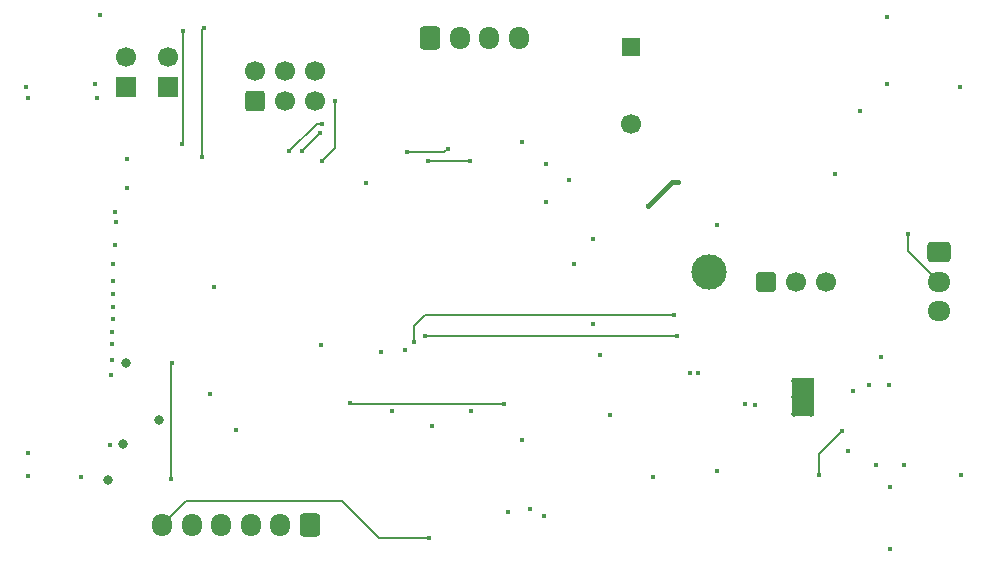
<source format=gbr>
%TF.GenerationSoftware,KiCad,Pcbnew,9.0.2*%
%TF.CreationDate,2025-06-18T20:52:38+02:00*%
%TF.ProjectId,Robobuoy-Top-v2_1,526f626f-6275-46f7-992d-546f702d7632,rev?*%
%TF.SameCoordinates,Original*%
%TF.FileFunction,Copper,L4,Bot*%
%TF.FilePolarity,Positive*%
%FSLAX46Y46*%
G04 Gerber Fmt 4.6, Leading zero omitted, Abs format (unit mm)*
G04 Created by KiCad (PCBNEW 9.0.2) date 2025-06-18 20:52:38*
%MOMM*%
%LPD*%
G01*
G04 APERTURE LIST*
G04 Aperture macros list*
%AMRoundRect*
0 Rectangle with rounded corners*
0 $1 Rounding radius*
0 $2 $3 $4 $5 $6 $7 $8 $9 X,Y pos of 4 corners*
0 Add a 4 corners polygon primitive as box body*
4,1,4,$2,$3,$4,$5,$6,$7,$8,$9,$2,$3,0*
0 Add four circle primitives for the rounded corners*
1,1,$1+$1,$2,$3*
1,1,$1+$1,$4,$5*
1,1,$1+$1,$6,$7*
1,1,$1+$1,$8,$9*
0 Add four rect primitives between the rounded corners*
20,1,$1+$1,$2,$3,$4,$5,0*
20,1,$1+$1,$4,$5,$6,$7,0*
20,1,$1+$1,$6,$7,$8,$9,0*
20,1,$1+$1,$8,$9,$2,$3,0*%
G04 Aperture macros list end*
%TA.AperFunction,ComponentPad*%
%ADD10RoundRect,0.250000X-0.600000X-0.725000X0.600000X-0.725000X0.600000X0.725000X-0.600000X0.725000X0*%
%TD*%
%TA.AperFunction,ComponentPad*%
%ADD11O,1.700000X1.950000*%
%TD*%
%TA.AperFunction,ComponentPad*%
%ADD12R,1.700000X1.700000*%
%TD*%
%TA.AperFunction,ComponentPad*%
%ADD13C,1.700000*%
%TD*%
%TA.AperFunction,ComponentPad*%
%ADD14RoundRect,0.250000X0.600000X-0.600000X0.600000X0.600000X-0.600000X0.600000X-0.600000X-0.600000X0*%
%TD*%
%TA.AperFunction,HeatsinkPad*%
%ADD15C,0.500000*%
%TD*%
%TA.AperFunction,HeatsinkPad*%
%ADD16R,1.900000X3.300000*%
%TD*%
%TA.AperFunction,ComponentPad*%
%ADD17RoundRect,0.250000X0.600000X0.725000X-0.600000X0.725000X-0.600000X-0.725000X0.600000X-0.725000X0*%
%TD*%
%TA.AperFunction,ComponentPad*%
%ADD18RoundRect,0.206250X-0.618750X-0.618750X0.618750X-0.618750X0.618750X0.618750X-0.618750X0.618750X0*%
%TD*%
%TA.AperFunction,ComponentPad*%
%ADD19RoundRect,0.250000X-0.725000X0.600000X-0.725000X-0.600000X0.725000X-0.600000X0.725000X0.600000X0*%
%TD*%
%TA.AperFunction,ComponentPad*%
%ADD20O,1.950000X1.700000*%
%TD*%
%TA.AperFunction,ComponentPad*%
%ADD21R,1.650000X1.650000*%
%TD*%
%TA.AperFunction,ComponentPad*%
%ADD22C,3.000000*%
%TD*%
%TA.AperFunction,ViaPad*%
%ADD23C,0.450000*%
%TD*%
%TA.AperFunction,ViaPad*%
%ADD24C,0.800000*%
%TD*%
%TA.AperFunction,Conductor*%
%ADD25C,0.400000*%
%TD*%
%TA.AperFunction,Conductor*%
%ADD26C,0.200000*%
%TD*%
G04 APERTURE END LIST*
D10*
%TO.P,J103,1,Pin_1*%
%TO.N,/CPU/TX_GPS*%
X-2463800Y20650200D03*
D11*
%TO.P,J103,2,Pin_2*%
%TO.N,/CPU/RX_GPS*%
X36200Y20650200D03*
%TO.P,J103,3,Pin_3*%
%TO.N,+5V*%
X2536200Y20650200D03*
%TO.P,J103,4,Pin_4*%
%TO.N,GND*%
X5036200Y20650200D03*
%TD*%
D12*
%TO.P,SW102,1,1*%
%TO.N,GND*%
X-28194000Y16505000D03*
D13*
%TO.P,SW102,2,2*%
%TO.N,EN*%
X-28194000Y19045000D03*
%TD*%
D14*
%TO.P,J101,1,Pin_1*%
%TO.N,EN*%
X-17277000Y15249500D03*
D13*
%TO.P,J101,2,Pin_2*%
%TO.N,+3.3V*%
X-17277000Y17789500D03*
%TO.P,J101,3,Pin_3*%
%TO.N,TX*%
X-14737000Y15249500D03*
%TO.P,J101,4,Pin_4*%
%TO.N,GND*%
X-14737000Y17789500D03*
%TO.P,J101,5,Pin_5*%
%TO.N,RX*%
X-12197000Y15249500D03*
%TO.P,J101,6,Pin_6*%
%TO.N,DR0*%
X-12197000Y17789500D03*
%TD*%
D12*
%TO.P,SW101,1,1*%
%TO.N,GND*%
X-24638000Y16510000D03*
D13*
%TO.P,SW101,2,2*%
%TO.N,DR0*%
X-24638000Y19050000D03*
%TD*%
D15*
%TO.P,U202,9,Thermal_Pad*%
%TO.N,GND*%
X29795000Y-11179000D03*
X29795000Y-9779000D03*
X29795000Y-8379000D03*
D16*
X29095000Y-9779000D03*
D15*
X28395000Y-11179000D03*
X28395000Y-9779000D03*
X28395000Y-8379000D03*
%TD*%
D17*
%TO.P,J102,1,Pin_1*%
%TO.N,Net-(J102-Pin_1)*%
X-12649200Y-20599400D03*
D11*
%TO.P,J102,2,Pin_2*%
%TO.N,Net-(J102-Pin_2)*%
X-15149200Y-20599400D03*
%TO.P,J102,3,Pin_3*%
%TO.N,+3.3V*%
X-17649200Y-20599400D03*
%TO.P,J102,4,Pin_4*%
%TO.N,GND*%
X-20149200Y-20599400D03*
%TO.P,J102,5,Pin_5*%
%TO.N,/CPU/ON*%
X-22649200Y-20599400D03*
%TO.P,J102,6,Pin_6*%
%TO.N,Net-(J102-Pin_6)*%
X-25149200Y-20599400D03*
%TD*%
D18*
%TO.P,SW201,1*%
%TO.N,Vbatt*%
X25960000Y0D03*
D13*
%TO.P,SW201,2*%
%TO.N,Net-(R201-Pad1)*%
X28500000Y0D03*
%TO.P,SW201,3*%
%TO.N,GND*%
X31040000Y0D03*
%TD*%
D19*
%TO.P,J201,1,Pin_1*%
%TO.N,Vbatt*%
X40640000Y2500000D03*
D20*
%TO.P,J201,2,Pin_2*%
%TO.N,/PSU/COM*%
X40640000Y0D03*
%TO.P,J201,3,Pin_3*%
%TO.N,GND*%
X40640000Y-2500000D03*
%TD*%
D21*
%TO.P,BZ101,1,+*%
%TO.N,+5V*%
X14579600Y19861600D03*
D13*
%TO.P,BZ101,2,-*%
%TO.N,Net-(BZ101--)*%
X14579600Y13361600D03*
%TD*%
D22*
%TO.P,TP205,1,1*%
%TO.N,GND*%
X21183600Y812800D03*
%TD*%
D23*
%TO.N,+3.3V*%
X15976600Y6375400D03*
X18567400Y8458200D03*
D24*
%TO.N,GND*%
X-28194000Y-6858000D03*
D23*
X7390000Y9980800D03*
X7391400Y6731000D03*
X9768200Y1524000D03*
X-29108400Y5892800D03*
X42392600Y16459200D03*
D24*
X-29718000Y-16764000D03*
D23*
X-36500000Y-16500000D03*
X4165600Y-19501200D03*
X-21107400Y-9550400D03*
X5365400Y-13442600D03*
X-2286000Y-12268200D03*
X-36500000Y15500000D03*
X20243800Y-7721600D03*
X36398200Y-8775000D03*
X19558000Y-7708200D03*
X12801600Y-11277600D03*
X21869400Y4826000D03*
X5969000Y-19241200D03*
X36271200Y22377400D03*
X-32029400Y-16560800D03*
X36474400Y-17424400D03*
X35683000Y-6350000D03*
X-29286200Y1447800D03*
X-30403800Y22529800D03*
D24*
X-25400000Y-11684000D03*
D23*
X34747200Y-8775000D03*
X37668200Y-15543000D03*
X33352983Y-9298456D03*
X-20772000Y-470000D03*
X-28143200Y10414000D03*
X24206200Y-10363200D03*
X-29260800Y-2184400D03*
X25095200Y-10414000D03*
X-6604000Y-5943600D03*
X-36500000Y-14500000D03*
D24*
X-28448000Y-13716000D03*
D23*
X-29413200Y-5308600D03*
X-30657800Y15570200D03*
X21845800Y-16027400D03*
X-29413200Y-6680200D03*
X-36652200Y16459200D03*
X-5715000Y-10987800D03*
X7200900Y-19875500D03*
X-29108400Y3098800D03*
X42519600Y-16408400D03*
X-30810200Y16738600D03*
X31826200Y9093200D03*
X9321800Y8636000D03*
X-28143200Y7899400D03*
X5308600Y11836400D03*
X16459200Y-16535400D03*
X-7874000Y8382000D03*
X-29362400Y-4267200D03*
X1016000Y-10987800D03*
X11379200Y-3556000D03*
X-29057600Y5054600D03*
X35306000Y-15543000D03*
X-29286200Y-1092200D03*
X-18923000Y-12573000D03*
X-29260800Y50800D03*
X-29260800Y-3200400D03*
X36271200Y16764000D03*
X-29540200Y-13868400D03*
X32950700Y-14318700D03*
X36525200Y-22631400D03*
X11963400Y-6223000D03*
X11303000Y3606800D03*
X33934400Y14427200D03*
X-11658600Y-5334000D03*
X-4597400Y-5816600D03*
X-29438600Y-7950200D03*
%TO.N,Net-(U202-BOOT)*%
X30480000Y-16357600D03*
X32410400Y-12649200D03*
%TO.N,/CPU/RX_SUB*%
X-21766999Y10514799D03*
X-21577300Y21501100D03*
%TO.N,/CPU/TX_SUB*%
X-23495000Y11607800D03*
X-23368000Y21234400D03*
%TO.N,DR0*%
X-10515600Y15316200D03*
X-11607000Y10211600D03*
%TO.N,/CPU/TX_GPS*%
X-14376400Y11023600D03*
X-11607800Y13335000D03*
%TO.N,/CPU/RX_GPS*%
X-13322300Y11036300D03*
X-11785600Y12573000D03*
%TO.N,/PSU/COM*%
X38023800Y4064000D03*
%TO.N,BUZZER*%
X-965200Y11252200D03*
X-4445000Y10947400D03*
%TO.N,Net-(J102-Pin_6)*%
X-2514600Y-21742400D03*
%TO.N,/CPU/RADIO_3*%
X-2616200Y10210800D03*
X889000Y10185400D03*
%TO.N,/CPU/ON*%
X-2895600Y-4597400D03*
X-24371300Y-16700500D03*
X-24333200Y-6908800D03*
X18415000Y-4597398D03*
%TO.N,Net-(Q204-D)*%
X18211800Y-2819400D03*
X-3810000Y-5130800D03*
%TO.N,Net-(D102-DIN)*%
X-9271000Y-10312400D03*
X3810000Y-10337800D03*
%TD*%
D25*
%TO.N,+3.3V*%
X18567400Y8458200D02*
X18059400Y8458200D01*
X18059400Y8458200D02*
X15976600Y6375400D01*
D26*
%TO.N,Net-(U202-BOOT)*%
X32410400Y-12649200D02*
X30480000Y-14579600D01*
X30480000Y-14579600D02*
X30480000Y-16357600D01*
%TO.N,/CPU/RX_SUB*%
X-21767800Y21310600D02*
X-21577300Y21501100D01*
X-21766999Y10514799D02*
X-21767800Y10515600D01*
X-21767800Y10515600D02*
X-21767800Y21310600D01*
%TO.N,/CPU/TX_SUB*%
X-23495000Y11633200D02*
X-23495000Y11607800D01*
X-23368000Y21234400D02*
X-23368000Y11760200D01*
%TO.N,DR0*%
X-10515600Y11303000D02*
X-11607000Y10211600D01*
X-10515600Y15316200D02*
X-10515600Y11303000D01*
%TO.N,/CPU/TX_GPS*%
X-12065000Y13335000D02*
X-14376400Y11023600D01*
X-11607800Y13335000D02*
X-12065000Y13335000D01*
%TO.N,/CPU/RX_GPS*%
X-11785600Y12573000D02*
X-13322300Y11036300D01*
%TO.N,/PSU/COM*%
X40640000Y0D02*
X38023800Y2616200D01*
X38023800Y2616200D02*
X38023800Y4064000D01*
%TO.N,BUZZER*%
X-4445000Y10947400D02*
X-1270000Y10947400D01*
X-1270000Y10947400D02*
X-965200Y11252200D01*
%TO.N,Net-(J102-Pin_6)*%
X-23117200Y-18567400D02*
X-25149200Y-20599400D01*
X-2514600Y-21742400D02*
X-6756400Y-21742400D01*
X-6756400Y-21742400D02*
X-9931400Y-18567400D01*
X-9931400Y-18567400D02*
X-23117200Y-18567400D01*
%TO.N,/CPU/RADIO_3*%
X863600Y10210800D02*
X889000Y10185400D01*
X-2616200Y10210800D02*
X863600Y10210800D01*
%TO.N,/CPU/ON*%
X-2895600Y-4597400D02*
X18414998Y-4597400D01*
X-24333200Y-6908800D02*
X-24371300Y-6946900D01*
X-24371300Y-6946900D02*
X-24371300Y-16700500D01*
X18414998Y-4597400D02*
X18415000Y-4597398D01*
%TO.N,Net-(Q204-D)*%
X-3810000Y-5130800D02*
X-3810000Y-3759200D01*
X18211800Y-2819400D02*
X-2870200Y-2819400D01*
X-2870200Y-2819400D02*
X-3810000Y-3759200D01*
%TO.N,Net-(D102-DIN)*%
X3810000Y-10337800D02*
X-9245600Y-10337800D01*
X-9245600Y-10337800D02*
X-9271000Y-10312400D01*
%TD*%
M02*

</source>
